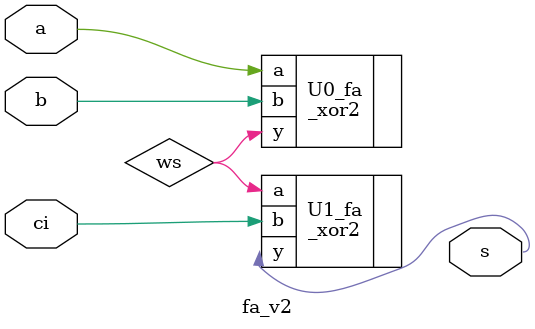
<source format=v>
module fa_v2(a, b, ci, s); //fa_v2 for cla
	input a,b,ci;
	output s;
	
	wire ws;
	
	_xor2 U0_fa(.a(a), .b(b), .y(ws));
	_xor2 U1_fa(.a(ws), .b(ci), .y(s));
	
endmodule

</source>
